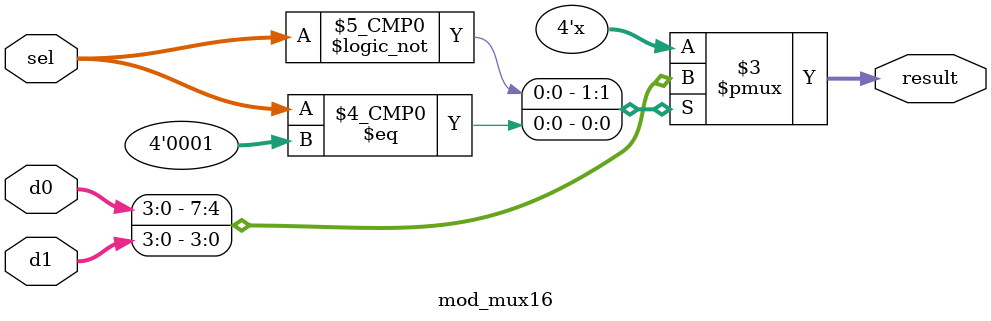
<source format=sv>
module mod_mux16 #(parameter width = 4) (
  input logic[width-1:0] d0,d1,
  input logic[3:0] sel, // selector de entrada de 4 bits
  output logic[width-1:0] result // salida de datos
);


always @(*) begin
  case (sel)
    4'b0000: result <= d0;
    4'b0001: result <= d1;
    default: result <= 16'hxxxx;
  endcase
end

endmodule
</source>
